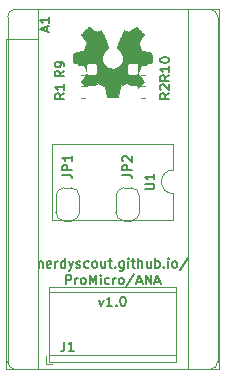
<source format=gbr>
%TF.GenerationSoftware,KiCad,Pcbnew,5.1.5+dfsg1-2~bpo10+1*%
%TF.CreationDate,Date%
%TF.ProjectId,ProMicro_ANA,50726f4d-6963-4726-9f5f-414e412e6b69,v1.0*%
%TF.SameCoordinates,Original*%
%TF.FileFunction,Legend,Top*%
%TF.FilePolarity,Positive*%
%FSLAX45Y45*%
G04 Gerber Fmt 4.5, Leading zero omitted, Abs format (unit mm)*
G04 Created by KiCad*
%MOMM*%
%LPD*%
G04 APERTURE LIST*
%ADD10C,0.200000*%
%ADD11C,0.100000*%
%ADD12C,0.120000*%
%ADD13C,0.010000*%
%ADD14O,1.600000X1.600000*%
%ADD15R,1.600000X1.600000*%
%ADD16C,0.150000*%
%ADD17C,2.200000*%
%ADD18R,2.200000X2.200000*%
%ADD19R,1.780000X2.000000*%
G04 APERTURE END LIST*
D10*
X647714Y461643D02*
X666762Y408310D01*
X685810Y461643D01*
X758190Y408310D02*
X712476Y408310D01*
X735333Y408310D02*
X735333Y488310D01*
X727714Y476881D01*
X720095Y469262D01*
X712476Y465452D01*
X792476Y415929D02*
X796286Y412119D01*
X792476Y408310D01*
X788667Y412119D01*
X792476Y415929D01*
X792476Y408310D01*
X845809Y488310D02*
X853428Y488310D01*
X861048Y484500D01*
X864857Y480690D01*
X868667Y473071D01*
X872476Y457833D01*
X872476Y438786D01*
X868667Y423548D01*
X864857Y415929D01*
X861048Y412119D01*
X853428Y408310D01*
X845809Y408310D01*
X838190Y412119D01*
X834381Y415929D01*
X830571Y423548D01*
X826762Y438786D01*
X826762Y457833D01*
X830571Y473071D01*
X834381Y480690D01*
X838190Y484500D01*
X845809Y488310D01*
X135333Y785643D02*
X135333Y732310D01*
X135333Y778024D02*
X139143Y781833D01*
X146762Y785643D01*
X158190Y785643D01*
X165810Y781833D01*
X169619Y774214D01*
X169619Y732310D01*
X238190Y736119D02*
X230571Y732310D01*
X215333Y732310D01*
X207714Y736119D01*
X203905Y743738D01*
X203905Y774214D01*
X207714Y781833D01*
X215333Y785643D01*
X230571Y785643D01*
X238190Y781833D01*
X242000Y774214D01*
X242000Y766595D01*
X203905Y758976D01*
X276286Y732310D02*
X276286Y785643D01*
X276286Y770405D02*
X280095Y778024D01*
X283905Y781833D01*
X291524Y785643D01*
X299143Y785643D01*
X360095Y732310D02*
X360095Y812310D01*
X360095Y736119D02*
X352476Y732310D01*
X337238Y732310D01*
X329619Y736119D01*
X325810Y739929D01*
X322000Y747548D01*
X322000Y770405D01*
X325810Y778024D01*
X329619Y781833D01*
X337238Y785643D01*
X352476Y785643D01*
X360095Y781833D01*
X390571Y785643D02*
X409619Y732310D01*
X428667Y785643D02*
X409619Y732310D01*
X402000Y713262D01*
X398190Y709452D01*
X390571Y705643D01*
X455333Y736119D02*
X462952Y732310D01*
X478190Y732310D01*
X485809Y736119D01*
X489619Y743738D01*
X489619Y747548D01*
X485809Y755167D01*
X478190Y758976D01*
X466762Y758976D01*
X459143Y762786D01*
X455333Y770405D01*
X455333Y774214D01*
X459143Y781833D01*
X466762Y785643D01*
X478190Y785643D01*
X485809Y781833D01*
X558190Y736119D02*
X550571Y732310D01*
X535333Y732310D01*
X527714Y736119D01*
X523905Y739929D01*
X520095Y747548D01*
X520095Y770405D01*
X523905Y778024D01*
X527714Y781833D01*
X535333Y785643D01*
X550571Y785643D01*
X558190Y781833D01*
X603905Y732310D02*
X596286Y736119D01*
X592476Y739929D01*
X588667Y747548D01*
X588667Y770405D01*
X592476Y778024D01*
X596286Y781833D01*
X603905Y785643D01*
X615333Y785643D01*
X622952Y781833D01*
X626762Y778024D01*
X630571Y770405D01*
X630571Y747548D01*
X626762Y739929D01*
X622952Y736119D01*
X615333Y732310D01*
X603905Y732310D01*
X699143Y785643D02*
X699143Y732310D01*
X664857Y785643D02*
X664857Y743738D01*
X668667Y736119D01*
X676286Y732310D01*
X687714Y732310D01*
X695333Y736119D01*
X699143Y739929D01*
X725809Y785643D02*
X756286Y785643D01*
X737238Y812310D02*
X737238Y743738D01*
X741048Y736119D01*
X748667Y732310D01*
X756286Y732310D01*
X782952Y739929D02*
X786762Y736119D01*
X782952Y732310D01*
X779143Y736119D01*
X782952Y739929D01*
X782952Y732310D01*
X855333Y785643D02*
X855333Y720881D01*
X851524Y713262D01*
X847714Y709452D01*
X840095Y705643D01*
X828667Y705643D01*
X821048Y709452D01*
X855333Y736119D02*
X847714Y732310D01*
X832476Y732310D01*
X824857Y736119D01*
X821048Y739929D01*
X817238Y747548D01*
X817238Y770405D01*
X821048Y778024D01*
X824857Y781833D01*
X832476Y785643D01*
X847714Y785643D01*
X855333Y781833D01*
X893428Y732310D02*
X893428Y785643D01*
X893428Y812310D02*
X889619Y808500D01*
X893428Y804690D01*
X897238Y808500D01*
X893428Y812310D01*
X893428Y804690D01*
X920095Y785643D02*
X950571Y785643D01*
X931524Y812310D02*
X931524Y743738D01*
X935333Y736119D01*
X942952Y732310D01*
X950571Y732310D01*
X977238Y732310D02*
X977238Y812310D01*
X1011524Y732310D02*
X1011524Y774214D01*
X1007714Y781833D01*
X1000095Y785643D01*
X988667Y785643D01*
X981048Y781833D01*
X977238Y778024D01*
X1083905Y785643D02*
X1083905Y732310D01*
X1049619Y785643D02*
X1049619Y743738D01*
X1053429Y736119D01*
X1061048Y732310D01*
X1072476Y732310D01*
X1080095Y736119D01*
X1083905Y739929D01*
X1122000Y732310D02*
X1122000Y812310D01*
X1122000Y781833D02*
X1129619Y785643D01*
X1144857Y785643D01*
X1152476Y781833D01*
X1156286Y778024D01*
X1160095Y770405D01*
X1160095Y747548D01*
X1156286Y739929D01*
X1152476Y736119D01*
X1144857Y732310D01*
X1129619Y732310D01*
X1122000Y736119D01*
X1194381Y739929D02*
X1198190Y736119D01*
X1194381Y732310D01*
X1190571Y736119D01*
X1194381Y739929D01*
X1194381Y732310D01*
X1232476Y732310D02*
X1232476Y785643D01*
X1232476Y812310D02*
X1228667Y808500D01*
X1232476Y804690D01*
X1236286Y808500D01*
X1232476Y812310D01*
X1232476Y804690D01*
X1282000Y732310D02*
X1274381Y736119D01*
X1270571Y739929D01*
X1266762Y747548D01*
X1266762Y770405D01*
X1270571Y778024D01*
X1274381Y781833D01*
X1282000Y785643D01*
X1293429Y785643D01*
X1301048Y781833D01*
X1304857Y778024D01*
X1308667Y770405D01*
X1308667Y747548D01*
X1304857Y739929D01*
X1301048Y736119D01*
X1293429Y732310D01*
X1282000Y732310D01*
X1400095Y816119D02*
X1331524Y713262D01*
X367714Y592310D02*
X367714Y672310D01*
X398190Y672310D01*
X405809Y668500D01*
X409619Y664691D01*
X413428Y657072D01*
X413428Y645643D01*
X409619Y638024D01*
X405809Y634214D01*
X398190Y630405D01*
X367714Y630405D01*
X447714Y592310D02*
X447714Y645643D01*
X447714Y630405D02*
X451524Y638024D01*
X455333Y641833D01*
X462952Y645643D01*
X470571Y645643D01*
X508667Y592310D02*
X501048Y596119D01*
X497238Y599929D01*
X493428Y607548D01*
X493428Y630405D01*
X497238Y638024D01*
X501048Y641833D01*
X508667Y645643D01*
X520095Y645643D01*
X527714Y641833D01*
X531524Y638024D01*
X535333Y630405D01*
X535333Y607548D01*
X531524Y599929D01*
X527714Y596119D01*
X520095Y592310D01*
X508667Y592310D01*
X569619Y592310D02*
X569619Y672310D01*
X596286Y615167D01*
X622952Y672310D01*
X622952Y592310D01*
X661048Y592310D02*
X661048Y645643D01*
X661048Y672310D02*
X657238Y668500D01*
X661048Y664691D01*
X664857Y668500D01*
X661048Y672310D01*
X661048Y664691D01*
X733428Y596119D02*
X725809Y592310D01*
X710571Y592310D01*
X702952Y596119D01*
X699143Y599929D01*
X695333Y607548D01*
X695333Y630405D01*
X699143Y638024D01*
X702952Y641833D01*
X710571Y645643D01*
X725809Y645643D01*
X733428Y641833D01*
X767714Y592310D02*
X767714Y645643D01*
X767714Y630405D02*
X771524Y638024D01*
X775333Y641833D01*
X782952Y645643D01*
X790571Y645643D01*
X828667Y592310D02*
X821048Y596119D01*
X817238Y599929D01*
X813428Y607548D01*
X813428Y630405D01*
X817238Y638024D01*
X821048Y641833D01*
X828667Y645643D01*
X840095Y645643D01*
X847714Y641833D01*
X851524Y638024D01*
X855333Y630405D01*
X855333Y607548D01*
X851524Y599929D01*
X847714Y596119D01*
X840095Y592310D01*
X828667Y592310D01*
X946762Y676119D02*
X878190Y573262D01*
X969619Y615167D02*
X1007714Y615167D01*
X962000Y592310D02*
X988667Y672310D01*
X1015333Y592310D01*
X1042000Y592310D02*
X1042000Y672310D01*
X1087714Y592310D01*
X1087714Y672310D01*
X1122000Y615167D02*
X1160095Y615167D01*
X1114381Y592310D02*
X1141048Y672310D01*
X1167714Y592310D01*
D11*
X-63500Y-127000D02*
G75*
G02X-127000Y-63500I0J63500D01*
G01*
X1651000Y-63500D02*
G75*
G02X1587500Y-127000I-63500J0D01*
G01*
X1587500Y2921000D02*
G75*
G02X1651000Y2857500I0J-63500D01*
G01*
X-127000Y2857500D02*
G75*
G02X-63500Y2921000I63500J0D01*
G01*
X-127000Y-63500D02*
X-127000Y2857500D01*
X1587500Y-127000D02*
X-63500Y-127000D01*
X1651000Y2857500D02*
X1651000Y-63500D01*
X-63500Y2921000D02*
X1587500Y2921000D01*
D12*
X-140000Y2667000D02*
X-140000Y-127000D01*
X1397000Y2921000D02*
X1397000Y-127000D01*
X127000Y2667000D02*
X-140000Y2667000D01*
X127000Y2921000D02*
X127000Y-127000D01*
X-140000Y-127000D02*
X1664000Y-127000D01*
X1664000Y-127000D02*
X1664000Y2921000D01*
X1664000Y2921000D02*
X127000Y2921000D01*
D13*
G36*
X706419Y2223393D02*
G01*
X698037Y2267856D01*
X667108Y2280605D01*
X636179Y2293355D01*
X599075Y2268125D01*
X588684Y2261100D01*
X579291Y2254827D01*
X571335Y2249594D01*
X565253Y2245686D01*
X561484Y2243389D01*
X560458Y2242894D01*
X558609Y2244168D01*
X554658Y2247688D01*
X549048Y2253006D01*
X542221Y2259672D01*
X534621Y2267235D01*
X526691Y2275247D01*
X518872Y2283257D01*
X511609Y2290816D01*
X505344Y2297475D01*
X500520Y2302782D01*
X497579Y2306289D01*
X496876Y2307462D01*
X497888Y2309626D01*
X500724Y2314366D01*
X505087Y2321219D01*
X510678Y2329722D01*
X517199Y2339409D01*
X520978Y2344935D01*
X527866Y2355025D01*
X533986Y2364130D01*
X539042Y2371797D01*
X542737Y2377573D01*
X544774Y2381004D01*
X545080Y2381725D01*
X544386Y2383775D01*
X542495Y2388551D01*
X539691Y2395383D01*
X536261Y2403599D01*
X532489Y2412527D01*
X528661Y2421496D01*
X525063Y2429834D01*
X521979Y2436869D01*
X519696Y2441931D01*
X518498Y2444347D01*
X518428Y2444442D01*
X516547Y2444904D01*
X511538Y2445933D01*
X503921Y2447429D01*
X494213Y2449290D01*
X482936Y2451416D01*
X476356Y2452642D01*
X464305Y2454936D01*
X453420Y2457120D01*
X444252Y2459072D01*
X437352Y2460675D01*
X433270Y2461808D01*
X432449Y2462167D01*
X431645Y2464601D01*
X430997Y2470096D01*
X430503Y2478011D01*
X430164Y2487703D01*
X429978Y2498529D01*
X429946Y2509847D01*
X430067Y2521014D01*
X430341Y2531387D01*
X430767Y2540324D01*
X431344Y2547183D01*
X432073Y2551320D01*
X432510Y2552181D01*
X435124Y2553213D01*
X440661Y2554689D01*
X448389Y2556435D01*
X457577Y2558278D01*
X460784Y2558874D01*
X476248Y2561707D01*
X488462Y2563988D01*
X497833Y2565808D01*
X504762Y2567258D01*
X509653Y2568429D01*
X512910Y2569412D01*
X514937Y2570296D01*
X516137Y2571172D01*
X516305Y2571346D01*
X517982Y2574137D01*
X520539Y2579570D01*
X523721Y2586978D01*
X527274Y2595697D01*
X530942Y2605061D01*
X534469Y2614405D01*
X537600Y2623065D01*
X540081Y2630374D01*
X541655Y2635668D01*
X542067Y2638281D01*
X542032Y2638373D01*
X540636Y2640509D01*
X537468Y2645208D01*
X532861Y2651983D01*
X527148Y2660342D01*
X520663Y2669798D01*
X518816Y2672485D01*
X512230Y2682228D01*
X506435Y2691116D01*
X501746Y2698641D01*
X498479Y2704292D01*
X496950Y2707558D01*
X496876Y2707959D01*
X498161Y2710068D01*
X501711Y2714246D01*
X507071Y2720045D01*
X513783Y2727014D01*
X521391Y2734705D01*
X529440Y2742668D01*
X537471Y2750456D01*
X545030Y2757619D01*
X551660Y2763707D01*
X556903Y2768272D01*
X560305Y2770865D01*
X561246Y2771288D01*
X563436Y2770291D01*
X567920Y2767602D01*
X573968Y2763674D01*
X578621Y2760512D01*
X587053Y2754710D01*
X597037Y2747878D01*
X607053Y2741058D01*
X612437Y2737408D01*
X630663Y2725080D01*
X645962Y2733352D01*
X652932Y2736976D01*
X658859Y2739793D01*
X662869Y2741399D01*
X663890Y2741623D01*
X665117Y2739972D01*
X667539Y2735308D01*
X670974Y2728061D01*
X675241Y2718661D01*
X680161Y2707537D01*
X685551Y2695122D01*
X691232Y2681843D01*
X697022Y2668133D01*
X702741Y2654420D01*
X708208Y2641136D01*
X713242Y2628710D01*
X717662Y2617573D01*
X721288Y2608154D01*
X723939Y2600884D01*
X725434Y2596194D01*
X725675Y2594583D01*
X723769Y2592529D01*
X719596Y2589193D01*
X714029Y2585270D01*
X713562Y2584960D01*
X699174Y2573442D01*
X687572Y2560005D01*
X678857Y2545078D01*
X673130Y2529091D01*
X670491Y2512474D01*
X671042Y2495655D01*
X674881Y2479066D01*
X682111Y2463134D01*
X684237Y2459649D01*
X695300Y2445574D01*
X708370Y2434271D01*
X722994Y2425800D01*
X738719Y2420219D01*
X755094Y2417587D01*
X771667Y2417963D01*
X787984Y2421405D01*
X803593Y2427972D01*
X818043Y2437724D01*
X822513Y2441681D01*
X833889Y2454070D01*
X842178Y2467112D01*
X847864Y2481732D01*
X851031Y2496209D01*
X851813Y2512486D01*
X849206Y2528844D01*
X843475Y2544730D01*
X834886Y2559591D01*
X823701Y2572874D01*
X810188Y2584026D01*
X808412Y2585201D01*
X802785Y2589051D01*
X798508Y2592386D01*
X796463Y2594516D01*
X796433Y2594583D01*
X796872Y2596887D01*
X798612Y2602116D01*
X801473Y2609839D01*
X805273Y2619627D01*
X809833Y2631049D01*
X814970Y2643676D01*
X820504Y2657077D01*
X826254Y2670822D01*
X832040Y2684481D01*
X837680Y2697624D01*
X842994Y2709821D01*
X847801Y2720641D01*
X851920Y2729655D01*
X855170Y2736432D01*
X857370Y2740543D01*
X858256Y2741623D01*
X860964Y2740782D01*
X866030Y2738527D01*
X872582Y2735261D01*
X876184Y2733352D01*
X891483Y2725080D01*
X909709Y2737408D01*
X919012Y2743723D01*
X929198Y2750673D01*
X938744Y2757217D01*
X943525Y2760512D01*
X950249Y2765027D01*
X955944Y2768606D01*
X959865Y2770794D01*
X961138Y2771256D01*
X962992Y2770009D01*
X967094Y2766525D01*
X973047Y2761168D01*
X980454Y2754298D01*
X988916Y2746278D01*
X994268Y2741129D01*
X1003632Y2731929D01*
X1011724Y2723700D01*
X1018218Y2716795D01*
X1022786Y2711564D01*
X1025101Y2708362D01*
X1025323Y2707712D01*
X1024292Y2705239D01*
X1021444Y2700241D01*
X1017094Y2693221D01*
X1011558Y2684688D01*
X1005152Y2675146D01*
X1003330Y2672485D01*
X996693Y2662817D01*
X990738Y2654112D01*
X985798Y2646860D01*
X982207Y2641549D01*
X980298Y2638670D01*
X980114Y2638373D01*
X980389Y2636078D01*
X981854Y2631034D01*
X984251Y2623904D01*
X987327Y2615355D01*
X990824Y2606051D01*
X994489Y2596657D01*
X998066Y2587840D01*
X1001299Y2580263D01*
X1003934Y2574593D01*
X1005714Y2571494D01*
X1005841Y2571346D01*
X1006929Y2570460D01*
X1008768Y2569584D01*
X1011761Y2568628D01*
X1016310Y2567500D01*
X1022821Y2566109D01*
X1031696Y2564366D01*
X1043339Y2562180D01*
X1058154Y2559459D01*
X1061362Y2558874D01*
X1070869Y2557037D01*
X1079157Y2555241D01*
X1085493Y2553657D01*
X1089146Y2552460D01*
X1089636Y2552181D01*
X1090443Y2549707D01*
X1091099Y2544179D01*
X1091603Y2536239D01*
X1091956Y2526530D01*
X1092156Y2515694D01*
X1092204Y2504374D01*
X1092098Y2493213D01*
X1091838Y2482853D01*
X1091425Y2473937D01*
X1090856Y2467107D01*
X1090133Y2463007D01*
X1089697Y2462167D01*
X1087270Y2461321D01*
X1081743Y2459944D01*
X1073666Y2458155D01*
X1063591Y2456075D01*
X1052068Y2453822D01*
X1045790Y2452642D01*
X1033879Y2450415D01*
X1023256Y2448398D01*
X1014443Y2446692D01*
X1007957Y2445397D01*
X1004317Y2444616D01*
X1003718Y2444442D01*
X1002706Y2442489D01*
X1000566Y2437784D01*
X997584Y2431000D01*
X994044Y2422809D01*
X990233Y2413883D01*
X986435Y2404894D01*
X982936Y2396514D01*
X980021Y2389415D01*
X977974Y2384269D01*
X977082Y2381750D01*
X977066Y2381640D01*
X978077Y2379652D01*
X980912Y2375078D01*
X985272Y2368372D01*
X990861Y2359988D01*
X997379Y2350383D01*
X1001168Y2344865D01*
X1008072Y2334748D01*
X1014205Y2325563D01*
X1019266Y2317774D01*
X1022957Y2311847D01*
X1024978Y2308245D01*
X1025270Y2307438D01*
X1024015Y2305558D01*
X1020546Y2301546D01*
X1015306Y2295849D01*
X1008738Y2288919D01*
X1001286Y2281203D01*
X993391Y2273153D01*
X985498Y2265216D01*
X978050Y2257844D01*
X971489Y2251485D01*
X966260Y2246589D01*
X962804Y2243606D01*
X961648Y2242894D01*
X959765Y2243895D01*
X955263Y2246708D01*
X948579Y2251045D01*
X940150Y2256622D01*
X930414Y2263151D01*
X923071Y2268125D01*
X885967Y2293355D01*
X824109Y2267856D01*
X815727Y2223393D01*
X807345Y2178931D01*
X714801Y2178931D01*
X706419Y2223393D01*
G37*
X706419Y2223393D02*
X698037Y2267856D01*
X667108Y2280605D01*
X636179Y2293355D01*
X599075Y2268125D01*
X588684Y2261100D01*
X579291Y2254827D01*
X571335Y2249594D01*
X565253Y2245686D01*
X561484Y2243389D01*
X560458Y2242894D01*
X558609Y2244168D01*
X554658Y2247688D01*
X549048Y2253006D01*
X542221Y2259672D01*
X534621Y2267235D01*
X526691Y2275247D01*
X518872Y2283257D01*
X511609Y2290816D01*
X505344Y2297475D01*
X500520Y2302782D01*
X497579Y2306289D01*
X496876Y2307462D01*
X497888Y2309626D01*
X500724Y2314366D01*
X505087Y2321219D01*
X510678Y2329722D01*
X517199Y2339409D01*
X520978Y2344935D01*
X527866Y2355025D01*
X533986Y2364130D01*
X539042Y2371797D01*
X542737Y2377573D01*
X544774Y2381004D01*
X545080Y2381725D01*
X544386Y2383775D01*
X542495Y2388551D01*
X539691Y2395383D01*
X536261Y2403599D01*
X532489Y2412527D01*
X528661Y2421496D01*
X525063Y2429834D01*
X521979Y2436869D01*
X519696Y2441931D01*
X518498Y2444347D01*
X518428Y2444442D01*
X516547Y2444904D01*
X511538Y2445933D01*
X503921Y2447429D01*
X494213Y2449290D01*
X482936Y2451416D01*
X476356Y2452642D01*
X464305Y2454936D01*
X453420Y2457120D01*
X444252Y2459072D01*
X437352Y2460675D01*
X433270Y2461808D01*
X432449Y2462167D01*
X431645Y2464601D01*
X430997Y2470096D01*
X430503Y2478011D01*
X430164Y2487703D01*
X429978Y2498529D01*
X429946Y2509847D01*
X430067Y2521014D01*
X430341Y2531387D01*
X430767Y2540324D01*
X431344Y2547183D01*
X432073Y2551320D01*
X432510Y2552181D01*
X435124Y2553213D01*
X440661Y2554689D01*
X448389Y2556435D01*
X457577Y2558278D01*
X460784Y2558874D01*
X476248Y2561707D01*
X488462Y2563988D01*
X497833Y2565808D01*
X504762Y2567258D01*
X509653Y2568429D01*
X512910Y2569412D01*
X514937Y2570296D01*
X516137Y2571172D01*
X516305Y2571346D01*
X517982Y2574137D01*
X520539Y2579570D01*
X523721Y2586978D01*
X527274Y2595697D01*
X530942Y2605061D01*
X534469Y2614405D01*
X537600Y2623065D01*
X540081Y2630374D01*
X541655Y2635668D01*
X542067Y2638281D01*
X542032Y2638373D01*
X540636Y2640509D01*
X537468Y2645208D01*
X532861Y2651983D01*
X527148Y2660342D01*
X520663Y2669798D01*
X518816Y2672485D01*
X512230Y2682228D01*
X506435Y2691116D01*
X501746Y2698641D01*
X498479Y2704292D01*
X496950Y2707558D01*
X496876Y2707959D01*
X498161Y2710068D01*
X501711Y2714246D01*
X507071Y2720045D01*
X513783Y2727014D01*
X521391Y2734705D01*
X529440Y2742668D01*
X537471Y2750456D01*
X545030Y2757619D01*
X551660Y2763707D01*
X556903Y2768272D01*
X560305Y2770865D01*
X561246Y2771288D01*
X563436Y2770291D01*
X567920Y2767602D01*
X573968Y2763674D01*
X578621Y2760512D01*
X587053Y2754710D01*
X597037Y2747878D01*
X607053Y2741058D01*
X612437Y2737408D01*
X630663Y2725080D01*
X645962Y2733352D01*
X652932Y2736976D01*
X658859Y2739793D01*
X662869Y2741399D01*
X663890Y2741623D01*
X665117Y2739972D01*
X667539Y2735308D01*
X670974Y2728061D01*
X675241Y2718661D01*
X680161Y2707537D01*
X685551Y2695122D01*
X691232Y2681843D01*
X697022Y2668133D01*
X702741Y2654420D01*
X708208Y2641136D01*
X713242Y2628710D01*
X717662Y2617573D01*
X721288Y2608154D01*
X723939Y2600884D01*
X725434Y2596194D01*
X725675Y2594583D01*
X723769Y2592529D01*
X719596Y2589193D01*
X714029Y2585270D01*
X713562Y2584960D01*
X699174Y2573442D01*
X687572Y2560005D01*
X678857Y2545078D01*
X673130Y2529091D01*
X670491Y2512474D01*
X671042Y2495655D01*
X674881Y2479066D01*
X682111Y2463134D01*
X684237Y2459649D01*
X695300Y2445574D01*
X708370Y2434271D01*
X722994Y2425800D01*
X738719Y2420219D01*
X755094Y2417587D01*
X771667Y2417963D01*
X787984Y2421405D01*
X803593Y2427972D01*
X818043Y2437724D01*
X822513Y2441681D01*
X833889Y2454070D01*
X842178Y2467112D01*
X847864Y2481732D01*
X851031Y2496209D01*
X851813Y2512486D01*
X849206Y2528844D01*
X843475Y2544730D01*
X834886Y2559591D01*
X823701Y2572874D01*
X810188Y2584026D01*
X808412Y2585201D01*
X802785Y2589051D01*
X798508Y2592386D01*
X796463Y2594516D01*
X796433Y2594583D01*
X796872Y2596887D01*
X798612Y2602116D01*
X801473Y2609839D01*
X805273Y2619627D01*
X809833Y2631049D01*
X814970Y2643676D01*
X820504Y2657077D01*
X826254Y2670822D01*
X832040Y2684481D01*
X837680Y2697624D01*
X842994Y2709821D01*
X847801Y2720641D01*
X851920Y2729655D01*
X855170Y2736432D01*
X857370Y2740543D01*
X858256Y2741623D01*
X860964Y2740782D01*
X866030Y2738527D01*
X872582Y2735261D01*
X876184Y2733352D01*
X891483Y2725080D01*
X909709Y2737408D01*
X919012Y2743723D01*
X929198Y2750673D01*
X938744Y2757217D01*
X943525Y2760512D01*
X950249Y2765027D01*
X955944Y2768606D01*
X959865Y2770794D01*
X961138Y2771256D01*
X962992Y2770009D01*
X967094Y2766525D01*
X973047Y2761168D01*
X980454Y2754298D01*
X988916Y2746278D01*
X994268Y2741129D01*
X1003632Y2731929D01*
X1011724Y2723700D01*
X1018218Y2716795D01*
X1022786Y2711564D01*
X1025101Y2708362D01*
X1025323Y2707712D01*
X1024292Y2705239D01*
X1021444Y2700241D01*
X1017094Y2693221D01*
X1011558Y2684688D01*
X1005152Y2675146D01*
X1003330Y2672485D01*
X996693Y2662817D01*
X990738Y2654112D01*
X985798Y2646860D01*
X982207Y2641549D01*
X980298Y2638670D01*
X980114Y2638373D01*
X980389Y2636078D01*
X981854Y2631034D01*
X984251Y2623904D01*
X987327Y2615355D01*
X990824Y2606051D01*
X994489Y2596657D01*
X998066Y2587840D01*
X1001299Y2580263D01*
X1003934Y2574593D01*
X1005714Y2571494D01*
X1005841Y2571346D01*
X1006929Y2570460D01*
X1008768Y2569584D01*
X1011761Y2568628D01*
X1016310Y2567500D01*
X1022821Y2566109D01*
X1031696Y2564366D01*
X1043339Y2562180D01*
X1058154Y2559459D01*
X1061362Y2558874D01*
X1070869Y2557037D01*
X1079157Y2555241D01*
X1085493Y2553657D01*
X1089146Y2552460D01*
X1089636Y2552181D01*
X1090443Y2549707D01*
X1091099Y2544179D01*
X1091603Y2536239D01*
X1091956Y2526530D01*
X1092156Y2515694D01*
X1092204Y2504374D01*
X1092098Y2493213D01*
X1091838Y2482853D01*
X1091425Y2473937D01*
X1090856Y2467107D01*
X1090133Y2463007D01*
X1089697Y2462167D01*
X1087270Y2461321D01*
X1081743Y2459944D01*
X1073666Y2458155D01*
X1063591Y2456075D01*
X1052068Y2453822D01*
X1045790Y2452642D01*
X1033879Y2450415D01*
X1023256Y2448398D01*
X1014443Y2446692D01*
X1007957Y2445397D01*
X1004317Y2444616D01*
X1003718Y2444442D01*
X1002706Y2442489D01*
X1000566Y2437784D01*
X997584Y2431000D01*
X994044Y2422809D01*
X990233Y2413883D01*
X986435Y2404894D01*
X982936Y2396514D01*
X980021Y2389415D01*
X977974Y2384269D01*
X977082Y2381750D01*
X977066Y2381640D01*
X978077Y2379652D01*
X980912Y2375078D01*
X985272Y2368372D01*
X990861Y2359988D01*
X997379Y2350383D01*
X1001168Y2344865D01*
X1008072Y2334748D01*
X1014205Y2325563D01*
X1019266Y2317774D01*
X1022957Y2311847D01*
X1024978Y2308245D01*
X1025270Y2307438D01*
X1024015Y2305558D01*
X1020546Y2301546D01*
X1015306Y2295849D01*
X1008738Y2288919D01*
X1001286Y2281203D01*
X993391Y2273153D01*
X985498Y2265216D01*
X978050Y2257844D01*
X971489Y2251485D01*
X966260Y2246589D01*
X962804Y2243606D01*
X961648Y2242894D01*
X959765Y2243895D01*
X955263Y2246708D01*
X948579Y2251045D01*
X940150Y2256622D01*
X930414Y2263151D01*
X923071Y2268125D01*
X885967Y2293355D01*
X824109Y2267856D01*
X815727Y2223393D01*
X807345Y2178931D01*
X714801Y2178931D01*
X706419Y2223393D01*
D12*
X789000Y1200000D02*
X789000Y1340000D01*
X859000Y1410000D02*
X919000Y1410000D01*
X989000Y1340000D02*
X989000Y1200000D01*
X919000Y1130000D02*
X859000Y1130000D01*
X859000Y1130000D02*
G75*
G02X789000Y1200000I0J70000D01*
G01*
X989000Y1200000D02*
G75*
G02X919000Y1130000I-70000J0D01*
G01*
X919000Y1410000D02*
G75*
G02X989000Y1340000I0J-70000D01*
G01*
X789000Y1340000D02*
G75*
G02X859000Y1410000I70000J0D01*
G01*
X281000Y1200000D02*
X281000Y1340000D01*
X351000Y1410000D02*
X411000Y1410000D01*
X481000Y1340000D02*
X481000Y1200000D01*
X411000Y1130000D02*
X351000Y1130000D01*
X351000Y1130000D02*
G75*
G02X281000Y1200000I0J70000D01*
G01*
X481000Y1200000D02*
G75*
G02X411000Y1130000I-70000J0D01*
G01*
X411000Y1410000D02*
G75*
G02X481000Y1340000I0J-70000D01*
G01*
X281000Y1340000D02*
G75*
G02X351000Y1410000I70000J0D01*
G01*
X1032278Y2464000D02*
X999722Y2464000D01*
X1032278Y2362000D02*
X999722Y2362000D01*
X491722Y2362000D02*
X524278Y2362000D01*
X491722Y2464000D02*
X524278Y2464000D01*
X1032278Y2273500D02*
X999722Y2273500D01*
X1032278Y2171500D02*
X999722Y2171500D01*
X524278Y2273500D02*
X491722Y2273500D01*
X524278Y2171500D02*
X491722Y2171500D01*
X201000Y-86000D02*
X251000Y-86000D01*
X201000Y-12000D02*
X201000Y-86000D01*
X1299000Y570000D02*
X1299000Y-62000D01*
X225000Y570000D02*
X225000Y-62000D01*
X225000Y-62000D02*
X1299000Y-62000D01*
X225000Y570000D02*
X1299000Y570000D01*
X225000Y524000D02*
X1299000Y524000D01*
X225000Y-6000D02*
X1299000Y-6000D01*
X1276000Y1137000D02*
X1276000Y1360500D01*
X248000Y1137000D02*
X1276000Y1137000D01*
X248000Y1784000D02*
X248000Y1137000D01*
X1276000Y1784000D02*
X248000Y1784000D01*
X1276000Y1560500D02*
X1276000Y1784000D01*
X1276000Y1360500D02*
G75*
G02X1276000Y1560500I0J100000D01*
G01*
D10*
X203833Y2736857D02*
X203833Y2774952D01*
X226690Y2729238D02*
X146690Y2755905D01*
X226690Y2782572D01*
X226690Y2851143D02*
X226690Y2805429D01*
X226690Y2828286D02*
X146690Y2828286D01*
X158119Y2820667D01*
X165738Y2813048D01*
X169548Y2805429D01*
X845190Y1520833D02*
X902333Y1520833D01*
X913762Y1517024D01*
X921381Y1509405D01*
X925190Y1497976D01*
X925190Y1490357D01*
X925190Y1558929D02*
X845190Y1558929D01*
X845190Y1589405D01*
X849000Y1597024D01*
X852809Y1600833D01*
X860428Y1604643D01*
X871857Y1604643D01*
X879476Y1600833D01*
X883286Y1597024D01*
X887095Y1589405D01*
X887095Y1558929D01*
X852809Y1635119D02*
X849000Y1638929D01*
X845190Y1646548D01*
X845190Y1665595D01*
X849000Y1673214D01*
X852809Y1677024D01*
X860428Y1680833D01*
X868048Y1680833D01*
X879476Y1677024D01*
X925190Y1631310D01*
X925190Y1680833D01*
X337190Y1520833D02*
X394333Y1520833D01*
X405762Y1517024D01*
X413381Y1509405D01*
X417190Y1497976D01*
X417190Y1490357D01*
X417190Y1558929D02*
X337190Y1558929D01*
X337190Y1589405D01*
X341000Y1597024D01*
X344810Y1600833D01*
X352428Y1604643D01*
X363857Y1604643D01*
X371476Y1600833D01*
X375286Y1597024D01*
X379095Y1589405D01*
X379095Y1558929D01*
X417190Y1680833D02*
X417190Y1635119D01*
X417190Y1657976D02*
X337190Y1657976D01*
X348619Y1650357D01*
X356238Y1642738D01*
X360048Y1635119D01*
X1242690Y2361572D02*
X1204595Y2334905D01*
X1242690Y2315857D02*
X1162690Y2315857D01*
X1162690Y2346333D01*
X1166500Y2353952D01*
X1170310Y2357762D01*
X1177929Y2361572D01*
X1189357Y2361572D01*
X1196976Y2357762D01*
X1200786Y2353952D01*
X1204595Y2346333D01*
X1204595Y2315857D01*
X1242690Y2437762D02*
X1242690Y2392048D01*
X1242690Y2414905D02*
X1162690Y2414905D01*
X1174119Y2407286D01*
X1181738Y2399667D01*
X1185548Y2392048D01*
X1162690Y2487286D02*
X1162690Y2494905D01*
X1166500Y2502524D01*
X1170310Y2506333D01*
X1177929Y2510143D01*
X1193167Y2513952D01*
X1212214Y2513952D01*
X1227452Y2510143D01*
X1235071Y2506333D01*
X1238881Y2502524D01*
X1242690Y2494905D01*
X1242690Y2487286D01*
X1238881Y2479667D01*
X1235071Y2475857D01*
X1227452Y2472048D01*
X1212214Y2468238D01*
X1193167Y2468238D01*
X1177929Y2472048D01*
X1170310Y2475857D01*
X1166500Y2479667D01*
X1162690Y2487286D01*
X353690Y2399667D02*
X315595Y2373000D01*
X353690Y2353952D02*
X273690Y2353952D01*
X273690Y2384429D01*
X277500Y2392048D01*
X281310Y2395857D01*
X288929Y2399667D01*
X300357Y2399667D01*
X307976Y2395857D01*
X311786Y2392048D01*
X315595Y2384429D01*
X315595Y2353952D01*
X353690Y2437762D02*
X353690Y2453000D01*
X349881Y2460619D01*
X346071Y2464429D01*
X334643Y2472048D01*
X319405Y2475857D01*
X288929Y2475857D01*
X281310Y2472048D01*
X277500Y2468238D01*
X273690Y2460619D01*
X273690Y2445381D01*
X277500Y2437762D01*
X281310Y2433952D01*
X288929Y2430143D01*
X307976Y2430143D01*
X315595Y2433952D01*
X319405Y2437762D01*
X323214Y2445381D01*
X323214Y2460619D01*
X319405Y2468238D01*
X315595Y2472048D01*
X307976Y2475857D01*
X1242690Y2209167D02*
X1204595Y2182500D01*
X1242690Y2163452D02*
X1162690Y2163452D01*
X1162690Y2193929D01*
X1166500Y2201548D01*
X1170310Y2205357D01*
X1177929Y2209167D01*
X1189357Y2209167D01*
X1196976Y2205357D01*
X1200786Y2201548D01*
X1204595Y2193929D01*
X1204595Y2163452D01*
X1170310Y2239643D02*
X1166500Y2243452D01*
X1162690Y2251072D01*
X1162690Y2270119D01*
X1166500Y2277738D01*
X1170310Y2281548D01*
X1177929Y2285357D01*
X1185548Y2285357D01*
X1196976Y2281548D01*
X1242690Y2235833D01*
X1242690Y2285357D01*
X353690Y2209167D02*
X315595Y2182500D01*
X353690Y2163452D02*
X273690Y2163452D01*
X273690Y2193929D01*
X277500Y2201548D01*
X281310Y2205357D01*
X288929Y2209167D01*
X300357Y2209167D01*
X307976Y2205357D01*
X311786Y2201548D01*
X315595Y2193929D01*
X315595Y2163452D01*
X353690Y2285357D02*
X353690Y2239643D01*
X353690Y2262500D02*
X273690Y2262500D01*
X285119Y2254881D01*
X292738Y2247262D01*
X296548Y2239643D01*
X354333Y107310D02*
X354333Y50167D01*
X350524Y38738D01*
X342905Y31119D01*
X331476Y27310D01*
X323857Y27310D01*
X434333Y27310D02*
X388619Y27310D01*
X411476Y27310D02*
X411476Y107310D01*
X403857Y95881D01*
X396238Y88262D01*
X388619Y84452D01*
X1035690Y1399548D02*
X1100452Y1399548D01*
X1108071Y1403357D01*
X1111881Y1407167D01*
X1115690Y1414786D01*
X1115690Y1430024D01*
X1111881Y1437643D01*
X1108071Y1441452D01*
X1100452Y1445262D01*
X1035690Y1445262D01*
X1115690Y1525262D02*
X1115690Y1479548D01*
X1115690Y1502405D02*
X1035690Y1502405D01*
X1047119Y1494786D01*
X1054738Y1487167D01*
X1058548Y1479548D01*
%LPC*%
D14*
X1524000Y2794000D03*
X1524000Y2540000D03*
X1524000Y2286000D03*
X0Y0D03*
X1524000Y2032000D03*
X0Y254000D03*
X1524000Y1778000D03*
X0Y508000D03*
X1524000Y1524000D03*
X0Y762000D03*
X1524000Y1270000D03*
X0Y1016000D03*
X1524000Y1016000D03*
X0Y1270000D03*
X1524000Y762000D03*
X0Y1524000D03*
X1524000Y508000D03*
X0Y1778000D03*
X1524000Y254000D03*
X0Y2032000D03*
X1524000Y0D03*
X0Y2286000D03*
X0Y2540000D03*
D15*
X0Y2794000D03*
D16*
G36*
X814060Y1335000D02*
G01*
X814060Y1337453D01*
X814541Y1342337D01*
X815498Y1347149D01*
X816923Y1351845D01*
X818800Y1356378D01*
X821114Y1360705D01*
X823840Y1364785D01*
X826952Y1368578D01*
X830422Y1372048D01*
X834215Y1375160D01*
X838295Y1377886D01*
X842622Y1380200D01*
X847155Y1382077D01*
X851851Y1383502D01*
X856663Y1384459D01*
X861547Y1384940D01*
X864000Y1384940D01*
X864000Y1385000D01*
X914000Y1385000D01*
X914000Y1384940D01*
X916453Y1384940D01*
X921336Y1384459D01*
X926149Y1383502D01*
X930844Y1382077D01*
X935378Y1380200D01*
X939705Y1377886D01*
X943785Y1375160D01*
X947578Y1372048D01*
X951048Y1368578D01*
X954160Y1364785D01*
X956886Y1360705D01*
X959199Y1356378D01*
X961077Y1351845D01*
X962502Y1347149D01*
X963459Y1342337D01*
X963940Y1337453D01*
X963940Y1335000D01*
X964000Y1335000D01*
X964000Y1285000D01*
X814000Y1285000D01*
X814000Y1335000D01*
X814060Y1335000D01*
G37*
G36*
X964000Y1255000D02*
G01*
X964000Y1205000D01*
X963940Y1205000D01*
X963940Y1202547D01*
X963459Y1197664D01*
X962502Y1192851D01*
X961077Y1188156D01*
X959199Y1183622D01*
X956886Y1179295D01*
X954160Y1175215D01*
X951048Y1171422D01*
X947578Y1167952D01*
X943785Y1164840D01*
X939705Y1162114D01*
X935378Y1159801D01*
X930844Y1157923D01*
X926149Y1156498D01*
X921336Y1155541D01*
X916453Y1155060D01*
X914000Y1155060D01*
X914000Y1155000D01*
X864000Y1155000D01*
X864000Y1155060D01*
X861547Y1155060D01*
X856663Y1155541D01*
X851851Y1156498D01*
X847155Y1157923D01*
X842622Y1159801D01*
X838295Y1162114D01*
X834215Y1164840D01*
X830422Y1167952D01*
X826952Y1171422D01*
X823840Y1175215D01*
X821114Y1179295D01*
X818800Y1183622D01*
X816923Y1188156D01*
X815498Y1192851D01*
X814541Y1197664D01*
X814060Y1202547D01*
X814060Y1205000D01*
X814000Y1205000D01*
X814000Y1255000D01*
X964000Y1255000D01*
G37*
G36*
X306060Y1335000D02*
G01*
X306060Y1337453D01*
X306541Y1342337D01*
X307498Y1347149D01*
X308923Y1351845D01*
X310801Y1356378D01*
X313114Y1360705D01*
X315840Y1364785D01*
X318952Y1368578D01*
X322422Y1372048D01*
X326215Y1375160D01*
X330295Y1377886D01*
X334622Y1380200D01*
X339156Y1382077D01*
X343851Y1383502D01*
X348664Y1384459D01*
X353547Y1384940D01*
X356000Y1384940D01*
X356000Y1385000D01*
X406000Y1385000D01*
X406000Y1384940D01*
X408453Y1384940D01*
X413336Y1384459D01*
X418149Y1383502D01*
X422844Y1382077D01*
X427378Y1380200D01*
X431705Y1377886D01*
X435785Y1375160D01*
X439578Y1372048D01*
X443048Y1368578D01*
X446160Y1364785D01*
X448886Y1360705D01*
X451199Y1356378D01*
X453077Y1351845D01*
X454502Y1347149D01*
X455459Y1342337D01*
X455940Y1337453D01*
X455940Y1335000D01*
X456000Y1335000D01*
X456000Y1285000D01*
X306000Y1285000D01*
X306000Y1335000D01*
X306060Y1335000D01*
G37*
G36*
X456000Y1255000D02*
G01*
X456000Y1205000D01*
X455940Y1205000D01*
X455940Y1202547D01*
X455459Y1197664D01*
X454502Y1192851D01*
X453077Y1188156D01*
X451199Y1183622D01*
X448886Y1179295D01*
X446160Y1175215D01*
X443048Y1171422D01*
X439578Y1167952D01*
X435785Y1164840D01*
X431705Y1162114D01*
X427378Y1159801D01*
X422844Y1157923D01*
X418149Y1156498D01*
X413336Y1155541D01*
X408453Y1155060D01*
X406000Y1155060D01*
X406000Y1155000D01*
X356000Y1155000D01*
X356000Y1155060D01*
X353547Y1155060D01*
X348664Y1155541D01*
X343851Y1156498D01*
X339156Y1157923D01*
X334622Y1159801D01*
X330295Y1162114D01*
X326215Y1164840D01*
X322422Y1167952D01*
X318952Y1171422D01*
X315840Y1175215D01*
X313114Y1179295D01*
X310801Y1183622D01*
X308923Y1188156D01*
X307498Y1192851D01*
X306541Y1197664D01*
X306060Y1202547D01*
X306060Y1205000D01*
X306000Y1205000D01*
X306000Y1255000D01*
X456000Y1255000D01*
G37*
G36*
X961269Y2460395D02*
G01*
X963393Y2460080D01*
X965475Y2459558D01*
X967496Y2458835D01*
X969437Y2457917D01*
X971278Y2456813D01*
X973002Y2455535D01*
X974593Y2454093D01*
X976035Y2452502D01*
X977313Y2450778D01*
X978417Y2448937D01*
X979335Y2446996D01*
X980058Y2444975D01*
X980580Y2442893D01*
X980895Y2440769D01*
X981000Y2438625D01*
X981000Y2387375D01*
X980895Y2385231D01*
X980580Y2383107D01*
X980058Y2381025D01*
X979335Y2379004D01*
X978417Y2377063D01*
X977313Y2375222D01*
X976035Y2373498D01*
X974593Y2371907D01*
X973002Y2370465D01*
X971278Y2369187D01*
X969437Y2368083D01*
X967496Y2367165D01*
X965475Y2366442D01*
X963393Y2365920D01*
X961269Y2365605D01*
X959125Y2365500D01*
X915375Y2365500D01*
X913231Y2365605D01*
X911107Y2365920D01*
X909025Y2366442D01*
X907004Y2367165D01*
X905063Y2368083D01*
X903222Y2369187D01*
X901498Y2370465D01*
X899907Y2371907D01*
X898465Y2373498D01*
X897187Y2375222D01*
X896083Y2377063D01*
X895165Y2379004D01*
X894442Y2381025D01*
X893920Y2383107D01*
X893605Y2385231D01*
X893500Y2387375D01*
X893500Y2438625D01*
X893605Y2440769D01*
X893920Y2442893D01*
X894442Y2444975D01*
X895165Y2446996D01*
X896083Y2448937D01*
X897187Y2450778D01*
X898465Y2452502D01*
X899907Y2454093D01*
X901498Y2455535D01*
X903222Y2456813D01*
X905063Y2457917D01*
X907004Y2458835D01*
X909025Y2459558D01*
X911107Y2460080D01*
X913231Y2460395D01*
X915375Y2460500D01*
X959125Y2460500D01*
X961269Y2460395D01*
G37*
G36*
X1118769Y2460395D02*
G01*
X1120893Y2460080D01*
X1122975Y2459558D01*
X1124996Y2458835D01*
X1126937Y2457917D01*
X1128778Y2456813D01*
X1130502Y2455535D01*
X1132093Y2454093D01*
X1133535Y2452502D01*
X1134813Y2450778D01*
X1135917Y2448937D01*
X1136835Y2446996D01*
X1137558Y2444975D01*
X1138080Y2442893D01*
X1138395Y2440769D01*
X1138500Y2438625D01*
X1138500Y2387375D01*
X1138395Y2385231D01*
X1138080Y2383107D01*
X1137558Y2381025D01*
X1136835Y2379004D01*
X1135917Y2377063D01*
X1134813Y2375222D01*
X1133535Y2373498D01*
X1132093Y2371907D01*
X1130502Y2370465D01*
X1128778Y2369187D01*
X1126937Y2368083D01*
X1124996Y2367165D01*
X1122975Y2366442D01*
X1120893Y2365920D01*
X1118769Y2365605D01*
X1116625Y2365500D01*
X1072875Y2365500D01*
X1070731Y2365605D01*
X1068607Y2365920D01*
X1066525Y2366442D01*
X1064504Y2367165D01*
X1062563Y2368083D01*
X1060722Y2369187D01*
X1058998Y2370465D01*
X1057407Y2371907D01*
X1055965Y2373498D01*
X1054687Y2375222D01*
X1053583Y2377063D01*
X1052665Y2379004D01*
X1051942Y2381025D01*
X1051420Y2383107D01*
X1051105Y2385231D01*
X1051000Y2387375D01*
X1051000Y2438625D01*
X1051105Y2440769D01*
X1051420Y2442893D01*
X1051942Y2444975D01*
X1052665Y2446996D01*
X1053583Y2448937D01*
X1054687Y2450778D01*
X1055965Y2452502D01*
X1057407Y2454093D01*
X1058998Y2455535D01*
X1060722Y2456813D01*
X1062563Y2457917D01*
X1064504Y2458835D01*
X1066525Y2459558D01*
X1068607Y2460080D01*
X1070731Y2460395D01*
X1072875Y2460500D01*
X1116625Y2460500D01*
X1118769Y2460395D01*
G37*
G36*
X610769Y2460395D02*
G01*
X612893Y2460080D01*
X614975Y2459558D01*
X616996Y2458835D01*
X618937Y2457917D01*
X620778Y2456813D01*
X622502Y2455535D01*
X624093Y2454093D01*
X625535Y2452502D01*
X626813Y2450778D01*
X627917Y2448937D01*
X628835Y2446996D01*
X629558Y2444975D01*
X630080Y2442893D01*
X630395Y2440769D01*
X630500Y2438625D01*
X630500Y2387375D01*
X630395Y2385231D01*
X630080Y2383107D01*
X629558Y2381025D01*
X628835Y2379004D01*
X627917Y2377063D01*
X626813Y2375222D01*
X625535Y2373498D01*
X624093Y2371907D01*
X622502Y2370465D01*
X620778Y2369187D01*
X618937Y2368083D01*
X616996Y2367165D01*
X614975Y2366442D01*
X612893Y2365920D01*
X610769Y2365605D01*
X608625Y2365500D01*
X564875Y2365500D01*
X562731Y2365605D01*
X560607Y2365920D01*
X558525Y2366442D01*
X556504Y2367165D01*
X554563Y2368083D01*
X552722Y2369187D01*
X550998Y2370465D01*
X549407Y2371907D01*
X547965Y2373498D01*
X546687Y2375222D01*
X545583Y2377063D01*
X544665Y2379004D01*
X543942Y2381025D01*
X543420Y2383107D01*
X543105Y2385231D01*
X543000Y2387375D01*
X543000Y2438625D01*
X543105Y2440769D01*
X543420Y2442893D01*
X543942Y2444975D01*
X544665Y2446996D01*
X545583Y2448937D01*
X546687Y2450778D01*
X547965Y2452502D01*
X549407Y2454093D01*
X550998Y2455535D01*
X552722Y2456813D01*
X554563Y2457917D01*
X556504Y2458835D01*
X558525Y2459558D01*
X560607Y2460080D01*
X562731Y2460395D01*
X564875Y2460500D01*
X608625Y2460500D01*
X610769Y2460395D01*
G37*
G36*
X453269Y2460395D02*
G01*
X455393Y2460080D01*
X457475Y2459558D01*
X459496Y2458835D01*
X461437Y2457917D01*
X463278Y2456813D01*
X465002Y2455535D01*
X466593Y2454093D01*
X468035Y2452502D01*
X469313Y2450778D01*
X470417Y2448937D01*
X471335Y2446996D01*
X472058Y2444975D01*
X472580Y2442893D01*
X472895Y2440769D01*
X473000Y2438625D01*
X473000Y2387375D01*
X472895Y2385231D01*
X472580Y2383107D01*
X472058Y2381025D01*
X471335Y2379004D01*
X470417Y2377063D01*
X469313Y2375222D01*
X468035Y2373498D01*
X466593Y2371907D01*
X465002Y2370465D01*
X463278Y2369187D01*
X461437Y2368083D01*
X459496Y2367165D01*
X457475Y2366442D01*
X455393Y2365920D01*
X453269Y2365605D01*
X451125Y2365500D01*
X407375Y2365500D01*
X405231Y2365605D01*
X403107Y2365920D01*
X401025Y2366442D01*
X399004Y2367165D01*
X397063Y2368083D01*
X395222Y2369187D01*
X393498Y2370465D01*
X391907Y2371907D01*
X390465Y2373498D01*
X389187Y2375222D01*
X388083Y2377063D01*
X387165Y2379004D01*
X386442Y2381025D01*
X385920Y2383107D01*
X385605Y2385231D01*
X385500Y2387375D01*
X385500Y2438625D01*
X385605Y2440769D01*
X385920Y2442893D01*
X386442Y2444975D01*
X387165Y2446996D01*
X388083Y2448937D01*
X389187Y2450778D01*
X390465Y2452502D01*
X391907Y2454093D01*
X393498Y2455535D01*
X395222Y2456813D01*
X397063Y2457917D01*
X399004Y2458835D01*
X401025Y2459558D01*
X403107Y2460080D01*
X405231Y2460395D01*
X407375Y2460500D01*
X451125Y2460500D01*
X453269Y2460395D01*
G37*
G36*
X961269Y2269895D02*
G01*
X963393Y2269580D01*
X965475Y2269058D01*
X967496Y2268335D01*
X969437Y2267417D01*
X971278Y2266313D01*
X973002Y2265035D01*
X974593Y2263593D01*
X976035Y2262002D01*
X977313Y2260278D01*
X978417Y2258437D01*
X979335Y2256496D01*
X980058Y2254475D01*
X980580Y2252393D01*
X980895Y2250269D01*
X981000Y2248125D01*
X981000Y2196875D01*
X980895Y2194731D01*
X980580Y2192607D01*
X980058Y2190525D01*
X979335Y2188504D01*
X978417Y2186563D01*
X977313Y2184722D01*
X976035Y2182998D01*
X974593Y2181407D01*
X973002Y2179965D01*
X971278Y2178687D01*
X969437Y2177583D01*
X967496Y2176665D01*
X965475Y2175942D01*
X963393Y2175420D01*
X961269Y2175105D01*
X959125Y2175000D01*
X915375Y2175000D01*
X913231Y2175105D01*
X911107Y2175420D01*
X909025Y2175942D01*
X907004Y2176665D01*
X905063Y2177583D01*
X903222Y2178687D01*
X901498Y2179965D01*
X899907Y2181407D01*
X898465Y2182998D01*
X897187Y2184722D01*
X896083Y2186563D01*
X895165Y2188504D01*
X894442Y2190525D01*
X893920Y2192607D01*
X893605Y2194731D01*
X893500Y2196875D01*
X893500Y2248125D01*
X893605Y2250269D01*
X893920Y2252393D01*
X894442Y2254475D01*
X895165Y2256496D01*
X896083Y2258437D01*
X897187Y2260278D01*
X898465Y2262002D01*
X899907Y2263593D01*
X901498Y2265035D01*
X903222Y2266313D01*
X905063Y2267417D01*
X907004Y2268335D01*
X909025Y2269058D01*
X911107Y2269580D01*
X913231Y2269895D01*
X915375Y2270000D01*
X959125Y2270000D01*
X961269Y2269895D01*
G37*
G36*
X1118769Y2269895D02*
G01*
X1120893Y2269580D01*
X1122975Y2269058D01*
X1124996Y2268335D01*
X1126937Y2267417D01*
X1128778Y2266313D01*
X1130502Y2265035D01*
X1132093Y2263593D01*
X1133535Y2262002D01*
X1134813Y2260278D01*
X1135917Y2258437D01*
X1136835Y2256496D01*
X1137558Y2254475D01*
X1138080Y2252393D01*
X1138395Y2250269D01*
X1138500Y2248125D01*
X1138500Y2196875D01*
X1138395Y2194731D01*
X1138080Y2192607D01*
X1137558Y2190525D01*
X1136835Y2188504D01*
X1135917Y2186563D01*
X1134813Y2184722D01*
X1133535Y2182998D01*
X1132093Y2181407D01*
X1130502Y2179965D01*
X1128778Y2178687D01*
X1126937Y2177583D01*
X1124996Y2176665D01*
X1122975Y2175942D01*
X1120893Y2175420D01*
X1118769Y2175105D01*
X1116625Y2175000D01*
X1072875Y2175000D01*
X1070731Y2175105D01*
X1068607Y2175420D01*
X1066525Y2175942D01*
X1064504Y2176665D01*
X1062563Y2177583D01*
X1060722Y2178687D01*
X1058998Y2179965D01*
X1057407Y2181407D01*
X1055965Y2182998D01*
X1054687Y2184722D01*
X1053583Y2186563D01*
X1052665Y2188504D01*
X1051942Y2190525D01*
X1051420Y2192607D01*
X1051105Y2194731D01*
X1051000Y2196875D01*
X1051000Y2248125D01*
X1051105Y2250269D01*
X1051420Y2252393D01*
X1051942Y2254475D01*
X1052665Y2256496D01*
X1053583Y2258437D01*
X1054687Y2260278D01*
X1055965Y2262002D01*
X1057407Y2263593D01*
X1058998Y2265035D01*
X1060722Y2266313D01*
X1062563Y2267417D01*
X1064504Y2268335D01*
X1066525Y2269058D01*
X1068607Y2269580D01*
X1070731Y2269895D01*
X1072875Y2270000D01*
X1116625Y2270000D01*
X1118769Y2269895D01*
G37*
G36*
X453269Y2269895D02*
G01*
X455393Y2269580D01*
X457475Y2269058D01*
X459496Y2268335D01*
X461437Y2267417D01*
X463278Y2266313D01*
X465002Y2265035D01*
X466593Y2263593D01*
X468035Y2262002D01*
X469313Y2260278D01*
X470417Y2258437D01*
X471335Y2256496D01*
X472058Y2254475D01*
X472580Y2252393D01*
X472895Y2250269D01*
X473000Y2248125D01*
X473000Y2196875D01*
X472895Y2194731D01*
X472580Y2192607D01*
X472058Y2190525D01*
X471335Y2188504D01*
X470417Y2186563D01*
X469313Y2184722D01*
X468035Y2182998D01*
X466593Y2181407D01*
X465002Y2179965D01*
X463278Y2178687D01*
X461437Y2177583D01*
X459496Y2176665D01*
X457475Y2175942D01*
X455393Y2175420D01*
X453269Y2175105D01*
X451125Y2175000D01*
X407375Y2175000D01*
X405231Y2175105D01*
X403107Y2175420D01*
X401025Y2175942D01*
X399004Y2176665D01*
X397063Y2177583D01*
X395222Y2178687D01*
X393498Y2179965D01*
X391907Y2181407D01*
X390465Y2182998D01*
X389187Y2184722D01*
X388083Y2186563D01*
X387165Y2188504D01*
X386442Y2190525D01*
X385920Y2192607D01*
X385605Y2194731D01*
X385500Y2196875D01*
X385500Y2248125D01*
X385605Y2250269D01*
X385920Y2252393D01*
X386442Y2254475D01*
X387165Y2256496D01*
X388083Y2258437D01*
X389187Y2260278D01*
X390465Y2262002D01*
X391907Y2263593D01*
X393498Y2265035D01*
X395222Y2266313D01*
X397063Y2267417D01*
X399004Y2268335D01*
X401025Y2269058D01*
X403107Y2269580D01*
X405231Y2269895D01*
X407375Y2270000D01*
X451125Y2270000D01*
X453269Y2269895D01*
G37*
G36*
X610769Y2269895D02*
G01*
X612893Y2269580D01*
X614975Y2269058D01*
X616996Y2268335D01*
X618937Y2267417D01*
X620778Y2266313D01*
X622502Y2265035D01*
X624093Y2263593D01*
X625535Y2262002D01*
X626813Y2260278D01*
X627917Y2258437D01*
X628835Y2256496D01*
X629558Y2254475D01*
X630080Y2252393D01*
X630395Y2250269D01*
X630500Y2248125D01*
X630500Y2196875D01*
X630395Y2194731D01*
X630080Y2192607D01*
X629558Y2190525D01*
X628835Y2188504D01*
X627917Y2186563D01*
X626813Y2184722D01*
X625535Y2182998D01*
X624093Y2181407D01*
X622502Y2179965D01*
X620778Y2178687D01*
X618937Y2177583D01*
X616996Y2176665D01*
X614975Y2175942D01*
X612893Y2175420D01*
X610769Y2175105D01*
X608625Y2175000D01*
X564875Y2175000D01*
X562731Y2175105D01*
X560607Y2175420D01*
X558525Y2175942D01*
X556504Y2176665D01*
X554563Y2177583D01*
X552722Y2178687D01*
X550998Y2179965D01*
X549407Y2181407D01*
X547965Y2182998D01*
X546687Y2184722D01*
X545583Y2186563D01*
X544665Y2188504D01*
X543942Y2190525D01*
X543420Y2192607D01*
X543105Y2194731D01*
X543000Y2196875D01*
X543000Y2248125D01*
X543105Y2250269D01*
X543420Y2252393D01*
X543942Y2254475D01*
X544665Y2256496D01*
X545583Y2258437D01*
X546687Y2260278D01*
X547965Y2262002D01*
X549407Y2263593D01*
X550998Y2265035D01*
X552722Y2266313D01*
X554563Y2267417D01*
X556504Y2268335D01*
X558525Y2269058D01*
X560607Y2269580D01*
X562731Y2269895D01*
X564875Y2270000D01*
X608625Y2270000D01*
X610769Y2269895D01*
G37*
D17*
X1143000Y254000D03*
X889000Y254000D03*
X635000Y254000D03*
D18*
X381000Y254000D03*
D19*
X1143000Y984000D03*
X381000Y1937000D03*
X889000Y984000D03*
X635000Y1937000D03*
X635000Y984000D03*
X889000Y1937000D03*
X381000Y984000D03*
X1143000Y1937000D03*
M02*

</source>
